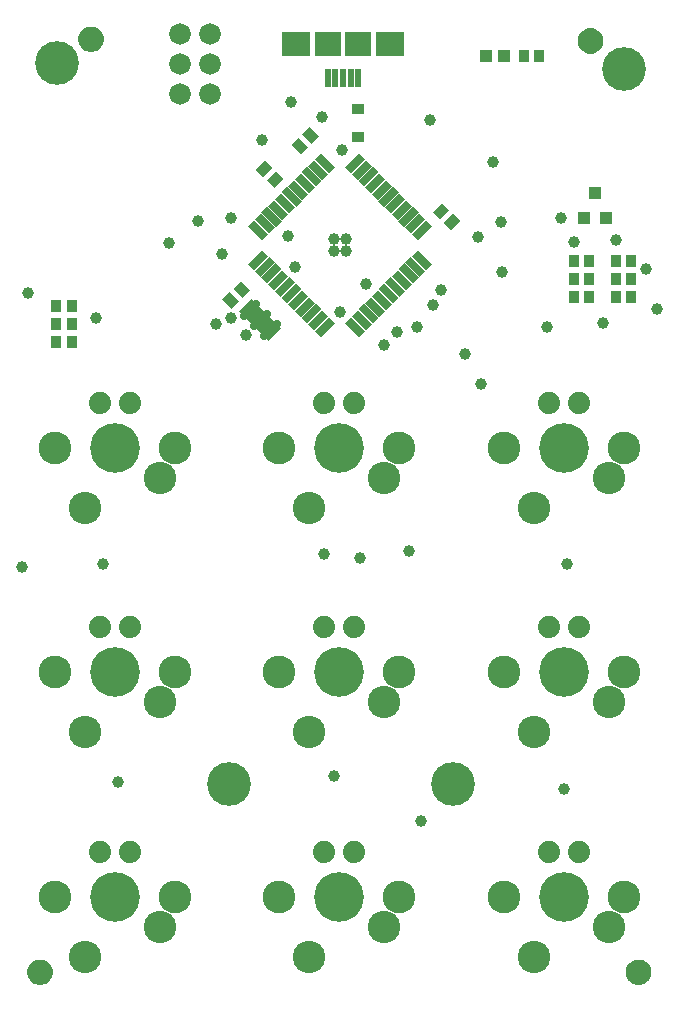
<source format=gts>
G75*
%MOIN*%
%OFA0B0*%
%FSLAX25Y25*%
%IPPOS*%
%LPD*%
%AMOC8*
5,1,8,0,0,1.08239X$1,22.5*
%
%ADD10C,0.14580*%
%ADD11R,0.06706X0.02769*%
%ADD12R,0.02769X0.06706*%
%ADD13C,0.07200*%
%ADD14R,0.03556X0.04343*%
%ADD15C,0.02572*%
%ADD16R,0.13760X0.06040*%
%ADD17R,0.02375X0.06312*%
%ADD18R,0.08674X0.08280*%
%ADD19R,0.09461X0.08280*%
%ADD20R,0.04068X0.03280*%
%ADD21R,0.03950X0.04343*%
%ADD22C,0.10800*%
%ADD23C,0.10924*%
%ADD24C,0.16550*%
%ADD25C,0.07400*%
%ADD26R,0.03950X0.03950*%
%ADD27C,0.00500*%
%ADD28C,0.03900*%
D10*
X0074635Y0076835D03*
X0149438Y0076835D03*
X0206524Y0315024D03*
X0017548Y0316992D03*
D11*
G36*
X0085910Y0258162D02*
X0081169Y0262903D01*
X0083126Y0264860D01*
X0087867Y0260119D01*
X0085910Y0258162D01*
G37*
G36*
X0088137Y0260389D02*
X0083396Y0265130D01*
X0085353Y0267087D01*
X0090094Y0262346D01*
X0088137Y0260389D01*
G37*
G36*
X0090364Y0262616D02*
X0085623Y0267357D01*
X0087580Y0269314D01*
X0092321Y0264573D01*
X0090364Y0262616D01*
G37*
G36*
X0092591Y0264843D02*
X0087850Y0269584D01*
X0089807Y0271541D01*
X0094548Y0266800D01*
X0092591Y0264843D01*
G37*
G36*
X0094818Y0267070D02*
X0090077Y0271811D01*
X0092034Y0273768D01*
X0096775Y0269027D01*
X0094818Y0267070D01*
G37*
G36*
X0097045Y0269298D02*
X0092304Y0274039D01*
X0094261Y0275996D01*
X0099002Y0271255D01*
X0097045Y0269298D01*
G37*
G36*
X0099273Y0271525D02*
X0094532Y0276266D01*
X0096489Y0278223D01*
X0101230Y0273482D01*
X0099273Y0271525D01*
G37*
G36*
X0101500Y0273752D02*
X0096759Y0278493D01*
X0098716Y0280450D01*
X0103457Y0275709D01*
X0101500Y0273752D01*
G37*
G36*
X0103727Y0275979D02*
X0098986Y0280720D01*
X0100943Y0282677D01*
X0105684Y0277936D01*
X0103727Y0275979D01*
G37*
G36*
X0105954Y0278206D02*
X0101213Y0282947D01*
X0103170Y0284904D01*
X0107911Y0280163D01*
X0105954Y0278206D01*
G37*
G36*
X0108181Y0280433D02*
X0103440Y0285174D01*
X0105397Y0287131D01*
X0110138Y0282390D01*
X0108181Y0280433D01*
G37*
G36*
X0133793Y0241459D02*
X0129052Y0246200D01*
X0131009Y0248157D01*
X0135750Y0243416D01*
X0133793Y0241459D01*
G37*
G36*
X0131566Y0239232D02*
X0126825Y0243973D01*
X0128782Y0245930D01*
X0133523Y0241189D01*
X0131566Y0239232D01*
G37*
G36*
X0129339Y0237004D02*
X0124598Y0241745D01*
X0126555Y0243702D01*
X0131296Y0238961D01*
X0129339Y0237004D01*
G37*
G36*
X0127111Y0234777D02*
X0122370Y0239518D01*
X0124327Y0241475D01*
X0129068Y0236734D01*
X0127111Y0234777D01*
G37*
G36*
X0124884Y0232550D02*
X0120143Y0237291D01*
X0122100Y0239248D01*
X0126841Y0234507D01*
X0124884Y0232550D01*
G37*
G36*
X0122657Y0230323D02*
X0117916Y0235064D01*
X0119873Y0237021D01*
X0124614Y0232280D01*
X0122657Y0230323D01*
G37*
G36*
X0120430Y0228096D02*
X0115689Y0232837D01*
X0117646Y0234794D01*
X0122387Y0230053D01*
X0120430Y0228096D01*
G37*
G36*
X0118203Y0225869D02*
X0113462Y0230610D01*
X0115419Y0232567D01*
X0120160Y0227826D01*
X0118203Y0225869D01*
G37*
G36*
X0136020Y0243686D02*
X0131279Y0248427D01*
X0133236Y0250384D01*
X0137977Y0245643D01*
X0136020Y0243686D01*
G37*
G36*
X0138247Y0245913D02*
X0133506Y0250654D01*
X0135463Y0252611D01*
X0140204Y0247870D01*
X0138247Y0245913D01*
G37*
G36*
X0140474Y0248140D02*
X0135733Y0252881D01*
X0137690Y0254838D01*
X0142431Y0250097D01*
X0140474Y0248140D01*
G37*
D12*
G36*
X0137690Y0258162D02*
X0135733Y0260119D01*
X0140474Y0264860D01*
X0142431Y0262903D01*
X0137690Y0258162D01*
G37*
G36*
X0135463Y0260389D02*
X0133506Y0262346D01*
X0138247Y0267087D01*
X0140204Y0265130D01*
X0135463Y0260389D01*
G37*
G36*
X0133236Y0262616D02*
X0131279Y0264573D01*
X0136020Y0269314D01*
X0137977Y0267357D01*
X0133236Y0262616D01*
G37*
G36*
X0131009Y0264843D02*
X0129052Y0266800D01*
X0133793Y0271541D01*
X0135750Y0269584D01*
X0131009Y0264843D01*
G37*
G36*
X0128782Y0267070D02*
X0126825Y0269027D01*
X0131566Y0273768D01*
X0133523Y0271811D01*
X0128782Y0267070D01*
G37*
G36*
X0126555Y0269298D02*
X0124598Y0271255D01*
X0129339Y0275996D01*
X0131296Y0274039D01*
X0126555Y0269298D01*
G37*
G36*
X0124327Y0271525D02*
X0122370Y0273482D01*
X0127111Y0278223D01*
X0129068Y0276266D01*
X0124327Y0271525D01*
G37*
G36*
X0122100Y0273752D02*
X0120143Y0275709D01*
X0124884Y0280450D01*
X0126841Y0278493D01*
X0122100Y0273752D01*
G37*
G36*
X0119873Y0275979D02*
X0117916Y0277936D01*
X0122657Y0282677D01*
X0124614Y0280720D01*
X0119873Y0275979D01*
G37*
G36*
X0117646Y0278206D02*
X0115689Y0280163D01*
X0120430Y0284904D01*
X0122387Y0282947D01*
X0117646Y0278206D01*
G37*
G36*
X0115419Y0280433D02*
X0113462Y0282390D01*
X0118203Y0287131D01*
X0120160Y0285174D01*
X0115419Y0280433D01*
G37*
G36*
X0089807Y0241459D02*
X0087850Y0243416D01*
X0092591Y0248157D01*
X0094548Y0246200D01*
X0089807Y0241459D01*
G37*
G36*
X0092034Y0239232D02*
X0090077Y0241189D01*
X0094818Y0245930D01*
X0096775Y0243973D01*
X0092034Y0239232D01*
G37*
G36*
X0094261Y0237004D02*
X0092304Y0238961D01*
X0097045Y0243702D01*
X0099002Y0241745D01*
X0094261Y0237004D01*
G37*
G36*
X0096489Y0234777D02*
X0094532Y0236734D01*
X0099273Y0241475D01*
X0101230Y0239518D01*
X0096489Y0234777D01*
G37*
G36*
X0098716Y0232550D02*
X0096759Y0234507D01*
X0101500Y0239248D01*
X0103457Y0237291D01*
X0098716Y0232550D01*
G37*
G36*
X0100943Y0230323D02*
X0098986Y0232280D01*
X0103727Y0237021D01*
X0105684Y0235064D01*
X0100943Y0230323D01*
G37*
G36*
X0103170Y0228096D02*
X0101213Y0230053D01*
X0105954Y0234794D01*
X0107911Y0232837D01*
X0103170Y0228096D01*
G37*
G36*
X0105397Y0225869D02*
X0103440Y0227826D01*
X0108181Y0232567D01*
X0110138Y0230610D01*
X0105397Y0225869D01*
G37*
G36*
X0087580Y0243686D02*
X0085623Y0245643D01*
X0090364Y0250384D01*
X0092321Y0248427D01*
X0087580Y0243686D01*
G37*
G36*
X0085353Y0245913D02*
X0083396Y0247870D01*
X0088137Y0252611D01*
X0090094Y0250654D01*
X0085353Y0245913D01*
G37*
G36*
X0083126Y0248140D02*
X0081169Y0250097D01*
X0085910Y0254838D01*
X0087867Y0252881D01*
X0083126Y0248140D01*
G37*
D13*
X0068524Y0306654D03*
X0068524Y0316654D03*
X0068524Y0326654D03*
X0058524Y0326654D03*
X0058524Y0316654D03*
X0058524Y0306654D03*
D14*
G36*
X0086795Y0284688D02*
X0089310Y0282173D01*
X0086241Y0279104D01*
X0083726Y0281619D01*
X0086795Y0284688D01*
G37*
G36*
X0090414Y0281069D02*
X0092929Y0278554D01*
X0089860Y0275485D01*
X0087345Y0278000D01*
X0090414Y0281069D01*
G37*
G36*
X0101172Y0289193D02*
X0098657Y0286678D01*
X0095588Y0289747D01*
X0098103Y0292262D01*
X0101172Y0289193D01*
G37*
G36*
X0104791Y0292812D02*
X0102276Y0290297D01*
X0099207Y0293366D01*
X0101722Y0295881D01*
X0104791Y0292812D01*
G37*
G36*
X0076231Y0241921D02*
X0078746Y0244436D01*
X0081815Y0241367D01*
X0079300Y0238852D01*
X0076231Y0241921D01*
G37*
G36*
X0072612Y0238302D02*
X0075127Y0240817D01*
X0078196Y0237748D01*
X0075681Y0235233D01*
X0072612Y0238302D01*
G37*
X0022359Y0236000D03*
X0017241Y0236000D03*
X0017241Y0230000D03*
X0022359Y0230000D03*
X0022359Y0224000D03*
X0017241Y0224000D03*
G36*
X0145213Y0265018D02*
X0142698Y0267533D01*
X0145767Y0270602D01*
X0148282Y0268087D01*
X0145213Y0265018D01*
G37*
G36*
X0148833Y0261398D02*
X0146318Y0263913D01*
X0149387Y0266982D01*
X0151902Y0264467D01*
X0148833Y0261398D01*
G37*
X0173115Y0319390D03*
X0178233Y0319390D03*
X0189741Y0251000D03*
X0194859Y0251000D03*
X0194859Y0245000D03*
X0189741Y0245000D03*
X0189741Y0239000D03*
X0194859Y0239000D03*
X0203741Y0239000D03*
X0203741Y0245000D03*
X0203741Y0251000D03*
X0208859Y0251000D03*
X0208859Y0245000D03*
X0208859Y0239000D03*
D15*
X0090638Y0230275D02*
X0086588Y0226225D01*
X0083247Y0229566D02*
X0087297Y0233616D01*
X0083957Y0236956D02*
X0079907Y0232906D01*
D16*
G36*
X0082558Y0238591D02*
X0092287Y0228862D01*
X0088016Y0224591D01*
X0078287Y0234320D01*
X0082558Y0238591D01*
G37*
D17*
X0107654Y0312185D03*
X0110213Y0312185D03*
X0112772Y0312185D03*
X0115331Y0312185D03*
X0117891Y0312185D03*
D18*
X0117694Y0323406D03*
X0107851Y0323406D03*
D19*
X0097024Y0323406D03*
X0128520Y0323406D03*
D20*
X0117772Y0301681D03*
X0117772Y0292626D03*
D21*
X0193060Y0265563D03*
X0196800Y0273831D03*
X0200540Y0265563D03*
D22*
X0201383Y0178799D03*
X0176383Y0168799D03*
X0201383Y0103996D03*
X0176383Y0093996D03*
X0201383Y0029193D03*
X0176383Y0019193D03*
X0126580Y0029193D03*
X0101580Y0019193D03*
X0051776Y0029193D03*
X0026776Y0019193D03*
X0026776Y0093996D03*
X0051776Y0103996D03*
X0026776Y0168799D03*
X0051776Y0178799D03*
X0101580Y0168799D03*
X0126580Y0178799D03*
X0126580Y0103996D03*
X0101580Y0093996D03*
D23*
X0091580Y0113996D03*
X0056776Y0113996D03*
X0016776Y0113996D03*
X0016776Y0039193D03*
X0056776Y0039193D03*
X0091580Y0039193D03*
X0131580Y0039193D03*
X0166383Y0039193D03*
X0206383Y0039193D03*
X0206383Y0113996D03*
X0166383Y0113996D03*
X0131580Y0113996D03*
X0131580Y0188799D03*
X0166383Y0188799D03*
X0206383Y0188799D03*
X0091580Y0188799D03*
X0056776Y0188799D03*
X0016776Y0188799D03*
D24*
X0036776Y0188799D03*
X0036776Y0113996D03*
X0036776Y0039193D03*
X0111580Y0039193D03*
X0111580Y0113996D03*
X0111580Y0188799D03*
X0186383Y0188799D03*
X0186383Y0113996D03*
X0186383Y0039193D03*
D25*
X0191383Y0054193D03*
X0181383Y0054193D03*
X0181383Y0128996D03*
X0191383Y0128996D03*
X0191383Y0203799D03*
X0181383Y0203799D03*
X0116580Y0203799D03*
X0106580Y0203799D03*
X0106580Y0128996D03*
X0116580Y0128996D03*
X0116580Y0054193D03*
X0106580Y0054193D03*
X0041776Y0054193D03*
X0031776Y0054193D03*
X0031776Y0128996D03*
X0041776Y0128996D03*
X0041776Y0203799D03*
X0031776Y0203799D03*
D26*
X0160422Y0319500D03*
X0166328Y0319500D03*
D27*
X0008784Y0011469D02*
X0009269Y0010984D01*
X0009831Y0010590D01*
X0010453Y0010300D01*
X0011116Y0010123D01*
X0011800Y0010063D01*
X0012484Y0010123D01*
X0013147Y0010300D01*
X0013769Y0010590D01*
X0014331Y0010984D01*
X0014816Y0011469D01*
X0015210Y0012031D01*
X0015500Y0012653D01*
X0015677Y0013316D01*
X0015737Y0014000D01*
X0015677Y0014684D01*
X0015500Y0015347D01*
X0015210Y0015969D01*
X0014816Y0016531D01*
X0014331Y0017016D01*
X0013769Y0017410D01*
X0013147Y0017700D01*
X0012484Y0017877D01*
X0011800Y0017937D01*
X0011116Y0017877D01*
X0010453Y0017700D01*
X0009831Y0017410D01*
X0009269Y0017016D01*
X0008784Y0016531D01*
X0008390Y0015969D01*
X0008100Y0015347D01*
X0007923Y0014684D01*
X0007863Y0014000D01*
X0007923Y0013316D01*
X0008100Y0012653D01*
X0008390Y0012031D01*
X0008784Y0011469D01*
X0008778Y0011478D02*
X0014822Y0011478D01*
X0015171Y0011976D02*
X0008429Y0011976D01*
X0008184Y0012475D02*
X0015416Y0012475D01*
X0015585Y0012973D02*
X0008015Y0012973D01*
X0007909Y0013472D02*
X0015691Y0013472D01*
X0015734Y0013970D02*
X0007866Y0013970D01*
X0007904Y0014469D02*
X0015696Y0014469D01*
X0015601Y0014967D02*
X0007999Y0014967D01*
X0008156Y0015466D02*
X0015444Y0015466D01*
X0015212Y0015964D02*
X0008388Y0015964D01*
X0008737Y0016463D02*
X0014863Y0016463D01*
X0014385Y0016961D02*
X0009215Y0016961D01*
X0009939Y0017460D02*
X0013661Y0017460D01*
X0014324Y0010979D02*
X0009276Y0010979D01*
X0010067Y0010481D02*
X0013533Y0010481D01*
X0207363Y0014000D02*
X0207423Y0013316D01*
X0207600Y0012653D01*
X0207890Y0012031D01*
X0208284Y0011469D01*
X0208769Y0010984D01*
X0209331Y0010590D01*
X0209953Y0010300D01*
X0210616Y0010123D01*
X0211300Y0010063D01*
X0211984Y0010123D01*
X0212647Y0010300D01*
X0213269Y0010590D01*
X0213831Y0010984D01*
X0214316Y0011469D01*
X0214710Y0012031D01*
X0215000Y0012653D01*
X0215177Y0013316D01*
X0215237Y0014000D01*
X0215177Y0014684D01*
X0215000Y0015347D01*
X0214710Y0015969D01*
X0214316Y0016531D01*
X0213831Y0017016D01*
X0213269Y0017410D01*
X0212647Y0017700D01*
X0211984Y0017877D01*
X0211300Y0017937D01*
X0210616Y0017877D01*
X0209953Y0017700D01*
X0209331Y0017410D01*
X0208769Y0017016D01*
X0208284Y0016531D01*
X0207890Y0015969D01*
X0207600Y0015347D01*
X0207423Y0014684D01*
X0207363Y0014000D01*
X0207366Y0013970D02*
X0215234Y0013970D01*
X0215191Y0013472D02*
X0207409Y0013472D01*
X0207515Y0012973D02*
X0215085Y0012973D01*
X0214916Y0012475D02*
X0207684Y0012475D01*
X0207929Y0011976D02*
X0214671Y0011976D01*
X0214322Y0011478D02*
X0208278Y0011478D01*
X0208776Y0010979D02*
X0213824Y0010979D01*
X0213033Y0010481D02*
X0209567Y0010481D01*
X0207404Y0014469D02*
X0215196Y0014469D01*
X0215101Y0014967D02*
X0207499Y0014967D01*
X0207656Y0015466D02*
X0214944Y0015466D01*
X0214712Y0015964D02*
X0207888Y0015964D01*
X0208237Y0016463D02*
X0214363Y0016463D01*
X0213885Y0016961D02*
X0208715Y0016961D01*
X0209439Y0017460D02*
X0213161Y0017460D01*
X0195300Y0320563D02*
X0194616Y0320623D01*
X0193953Y0320800D01*
X0193331Y0321090D01*
X0192769Y0321484D01*
X0192284Y0321969D01*
X0191890Y0322531D01*
X0191600Y0323153D01*
X0191423Y0323816D01*
X0191363Y0324500D01*
X0191423Y0325184D01*
X0191600Y0325847D01*
X0191890Y0326469D01*
X0192284Y0327031D01*
X0192769Y0327516D01*
X0193331Y0327910D01*
X0193953Y0328200D01*
X0194616Y0328377D01*
X0195300Y0328437D01*
X0195984Y0328377D01*
X0196647Y0328200D01*
X0197269Y0327910D01*
X0197831Y0327516D01*
X0198316Y0327031D01*
X0198710Y0326469D01*
X0199000Y0325847D01*
X0199177Y0325184D01*
X0199237Y0324500D01*
X0199177Y0323816D01*
X0199000Y0323153D01*
X0198710Y0322531D01*
X0198316Y0321969D01*
X0197831Y0321484D01*
X0197269Y0321090D01*
X0196647Y0320800D01*
X0195984Y0320623D01*
X0195300Y0320563D01*
X0193411Y0321053D02*
X0197189Y0321053D01*
X0197898Y0321552D02*
X0192702Y0321552D01*
X0192227Y0322050D02*
X0198373Y0322050D01*
X0198718Y0322549D02*
X0191882Y0322549D01*
X0191650Y0323047D02*
X0198950Y0323047D01*
X0199105Y0323546D02*
X0191495Y0323546D01*
X0191403Y0324044D02*
X0199197Y0324044D01*
X0199233Y0324543D02*
X0191367Y0324543D01*
X0191410Y0325041D02*
X0199190Y0325041D01*
X0199082Y0325540D02*
X0191518Y0325540D01*
X0191690Y0326038D02*
X0198910Y0326038D01*
X0198662Y0326537D02*
X0191938Y0326537D01*
X0192289Y0327035D02*
X0198311Y0327035D01*
X0197805Y0327534D02*
X0192795Y0327534D01*
X0193595Y0328032D02*
X0197005Y0328032D01*
X0032737Y0325000D02*
X0032677Y0325684D01*
X0032500Y0326347D01*
X0032210Y0326969D01*
X0031816Y0327531D01*
X0031331Y0328016D01*
X0030769Y0328410D01*
X0030147Y0328700D01*
X0029484Y0328877D01*
X0028800Y0328937D01*
X0028116Y0328877D01*
X0027453Y0328700D01*
X0026831Y0328410D01*
X0026269Y0328016D01*
X0025784Y0327531D01*
X0025390Y0326969D01*
X0025100Y0326347D01*
X0024923Y0325684D01*
X0024863Y0325000D01*
X0024923Y0324316D01*
X0025100Y0323653D01*
X0025390Y0323031D01*
X0025784Y0322469D01*
X0026269Y0321984D01*
X0026831Y0321590D01*
X0027453Y0321300D01*
X0028116Y0321123D01*
X0028800Y0321063D01*
X0029484Y0321123D01*
X0030147Y0321300D01*
X0030769Y0321590D01*
X0031331Y0321984D01*
X0031816Y0322469D01*
X0032210Y0323031D01*
X0032500Y0323653D01*
X0032677Y0324316D01*
X0032737Y0325000D01*
X0032733Y0325041D02*
X0024867Y0325041D01*
X0024903Y0324543D02*
X0032697Y0324543D01*
X0032604Y0324044D02*
X0024996Y0324044D01*
X0025151Y0323546D02*
X0032449Y0323546D01*
X0032217Y0323047D02*
X0025383Y0323047D01*
X0025728Y0322549D02*
X0031872Y0322549D01*
X0031397Y0322050D02*
X0026203Y0322050D01*
X0026915Y0321552D02*
X0030685Y0321552D01*
X0032690Y0325540D02*
X0024910Y0325540D01*
X0025018Y0326038D02*
X0032582Y0326038D01*
X0032411Y0326537D02*
X0025189Y0326537D01*
X0025437Y0327035D02*
X0032163Y0327035D01*
X0031813Y0327534D02*
X0025787Y0327534D01*
X0026293Y0328032D02*
X0031307Y0328032D01*
X0030508Y0328531D02*
X0027092Y0328531D01*
D28*
X0064300Y0264500D03*
X0072300Y0253500D03*
X0075300Y0265500D03*
X0085800Y0291500D03*
X0095300Y0304000D03*
X0105800Y0299000D03*
X0112300Y0288000D03*
X0113800Y0258500D03*
X0113800Y0254500D03*
X0109800Y0254500D03*
X0109800Y0258500D03*
X0096800Y0249000D03*
X0094300Y0259500D03*
X0111800Y0234000D03*
X0120300Y0243500D03*
X0130800Y0227500D03*
X0126300Y0223000D03*
X0137300Y0229000D03*
X0142800Y0236500D03*
X0145300Y0241500D03*
X0157800Y0259000D03*
X0165300Y0264000D03*
X0165800Y0247500D03*
X0180800Y0229000D03*
X0199300Y0230500D03*
X0213800Y0248500D03*
X0217300Y0235000D03*
X0203800Y0258000D03*
X0189800Y0257500D03*
X0185300Y0265500D03*
X0162800Y0284000D03*
X0141800Y0298000D03*
X0153300Y0220000D03*
X0158800Y0210000D03*
X0134800Y0154500D03*
X0118300Y0152000D03*
X0106300Y0153500D03*
X0080300Y0226500D03*
X0075300Y0232000D03*
X0070300Y0230000D03*
X0054800Y0257000D03*
X0030300Y0232000D03*
X0007800Y0240500D03*
X0032800Y0150000D03*
X0005800Y0149000D03*
X0037800Y0077500D03*
X0109800Y0079500D03*
X0138800Y0064500D03*
X0186300Y0075000D03*
X0187300Y0150000D03*
M02*

</source>
